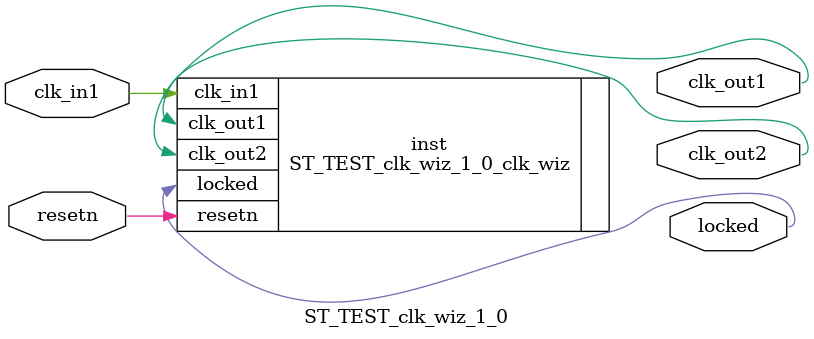
<source format=v>


`timescale 1ps/1ps

(* CORE_GENERATION_INFO = "ST_TEST_clk_wiz_1_0,clk_wiz_v6_0_3_0_0,{component_name=ST_TEST_clk_wiz_1_0,use_phase_alignment=true,use_min_o_jitter=false,use_max_i_jitter=false,use_dyn_phase_shift=false,use_inclk_switchover=false,use_dyn_reconfig=false,enable_axi=0,feedback_source=FDBK_AUTO,PRIMITIVE=MMCM,num_out_clk=2,clkin1_period=10.0,clkin2_period=10.0,use_power_down=false,use_reset=true,use_locked=true,use_inclk_stopped=false,feedback_type=SINGLE,CLOCK_MGR_TYPE=NA,manual_override=false}" *)

module ST_TEST_clk_wiz_1_0 
 (
  // Clock out ports
  output        clk_out1,
  output        clk_out2,
  // Status and control signals
  input         resetn,
  output        locked,
 // Clock in ports
  input         clk_in1
 );

  ST_TEST_clk_wiz_1_0_clk_wiz inst
  (
  // Clock out ports  
  .clk_out1(clk_out1),
  .clk_out2(clk_out2),
  // Status and control signals               
  .resetn(resetn), 
  .locked(locked),
 // Clock in ports
  .clk_in1(clk_in1)
  );

endmodule

</source>
